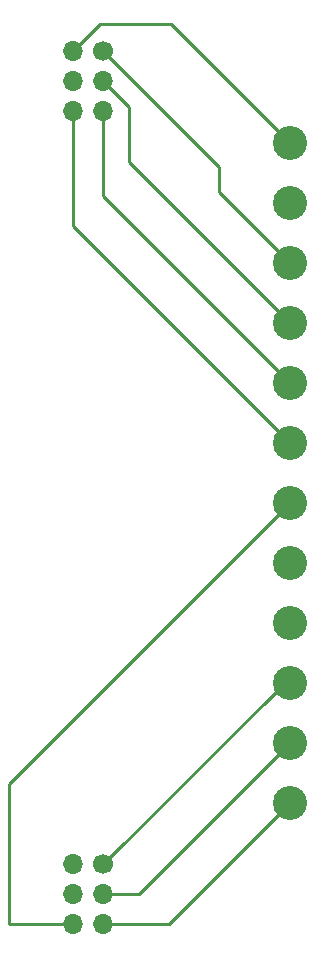
<source format=gbr>
%TF.GenerationSoftware,KiCad,Pcbnew,(7.0.0)*%
%TF.CreationDate,2023-03-18T03:08:11-07:00*%
%TF.ProjectId,Bottom_Board,426f7474-6f6d-45f4-926f-6172642e6b69,0*%
%TF.SameCoordinates,Original*%
%TF.FileFunction,Copper,L1,Top*%
%TF.FilePolarity,Positive*%
%FSLAX46Y46*%
G04 Gerber Fmt 4.6, Leading zero omitted, Abs format (unit mm)*
G04 Created by KiCad (PCBNEW (7.0.0)) date 2023-03-18 03:08:11*
%MOMM*%
%LPD*%
G01*
G04 APERTURE LIST*
%TA.AperFunction,ComponentPad*%
%ADD10C,1.700000*%
%TD*%
%TA.AperFunction,ComponentPad*%
%ADD11O,1.700000X1.700000*%
%TD*%
%TA.AperFunction,ComponentPad*%
%ADD12C,2.880000*%
%TD*%
%TA.AperFunction,Conductor*%
%ADD13C,0.250000*%
%TD*%
G04 APERTURE END LIST*
D10*
%TO.P,J4,1,Pin_1*%
%TO.N,AN1*%
X132461000Y-68326000D03*
D11*
%TO.P,J4,2,Pin_2*%
%TO.N,AN0*%
X129920999Y-68325999D03*
%TO.P,J4,3,Pin_3*%
%TO.N,AN2*%
X132460999Y-70865999D03*
%TO.P,J4,4,Pin_4*%
%TO.N,GND*%
X129920999Y-70865999D03*
%TO.P,J4,5,Pin_5*%
%TO.N,AN3*%
X132460999Y-73405999D03*
%TO.P,J4,6,Pin_6*%
%TO.N,VBAT*%
X129920999Y-73405999D03*
%TD*%
D12*
%TO.P,J6,1,Pin_1*%
%TO.N,D9*%
X148251200Y-131962000D03*
%TO.P,J6,2,Pin_2*%
%TO.N,D6*%
X148251200Y-126882000D03*
%TO.P,J6,3,Pin_3*%
%TO.N,D5*%
X148251200Y-121802000D03*
%TO.P,J6,4,Pin_4*%
%TO.N,A2*%
X148251200Y-116722000D03*
%TO.P,J6,5,Pin_5*%
%TO.N,A0*%
X148251200Y-111642000D03*
%TO.P,J6,6,Pin_6*%
%TO.N,A1*%
X148251200Y-106562000D03*
%TO.P,J6,7,Pin_7*%
%TO.N,VBAT*%
X148251200Y-101482000D03*
%TO.P,J6,8,Pin_8*%
%TO.N,AN3*%
X148251200Y-96402000D03*
%TO.P,J6,9,Pin_9*%
%TO.N,AN2*%
X148251200Y-91322000D03*
%TO.P,J6,10,Pin_10*%
%TO.N,AN1*%
X148251200Y-86242000D03*
%TO.P,J6,11,Pin_11*%
%TO.N,GND*%
X148251200Y-81162000D03*
%TO.P,J6,12,Pin_12*%
%TO.N,AN0*%
X148251200Y-76082000D03*
%TD*%
D10*
%TO.P,J3,1,Pin_1*%
%TO.N,D5*%
X132461000Y-137160000D03*
D11*
%TO.P,J3,2,Pin_2*%
%TO.N,A0*%
X129920999Y-137159999D03*
%TO.P,J3,3,Pin_3*%
%TO.N,D6*%
X132460999Y-139699999D03*
%TO.P,J3,4,Pin_4*%
%TO.N,A2*%
X129920999Y-139699999D03*
%TO.P,J3,5,Pin_5*%
%TO.N,D9*%
X132460999Y-142239999D03*
%TO.P,J3,6,Pin_6*%
%TO.N,A1*%
X129920999Y-142239999D03*
%TD*%
D13*
%TO.N,VBAT*%
X129921000Y-73406000D02*
X129921000Y-83151800D01*
X129921000Y-83151800D02*
X148251200Y-101482000D01*
%TO.N,AN3*%
X132461000Y-80611800D02*
X148251200Y-96402000D01*
X132461000Y-73406000D02*
X132461000Y-80611800D01*
%TO.N,AN2*%
X134620000Y-77690800D02*
X148251200Y-91322000D01*
X134620000Y-73025000D02*
X134620000Y-77690800D01*
X132461000Y-70866000D02*
X134620000Y-73025000D01*
%TO.N,AN0*%
X132207000Y-66040000D02*
X138209200Y-66040000D01*
X129921000Y-68326000D02*
X132207000Y-66040000D01*
X138209200Y-66040000D02*
X148251200Y-76082000D01*
%TO.N,AN1*%
X142240000Y-78105000D02*
X142240000Y-80230800D01*
X132461000Y-68326000D02*
X142240000Y-78105000D01*
X142240000Y-80230800D02*
X148251200Y-86242000D01*
%TO.N,A1*%
X129921000Y-142240000D02*
X124460000Y-142240000D01*
X124460000Y-142240000D02*
X124460000Y-130353200D01*
X124460000Y-130353200D02*
X148251200Y-106562000D01*
%TO.N,D9*%
X132461000Y-142240000D02*
X137973200Y-142240000D01*
X137973200Y-142240000D02*
X148251200Y-131962000D01*
%TO.N,D6*%
X135433200Y-139700000D02*
X148251200Y-126882000D01*
X132461000Y-139700000D02*
X135433200Y-139700000D01*
%TO.N,D5*%
X132461000Y-137160000D02*
X147819000Y-121802000D01*
X147819000Y-121802000D02*
X148251200Y-121802000D01*
%TD*%
M02*

</source>
